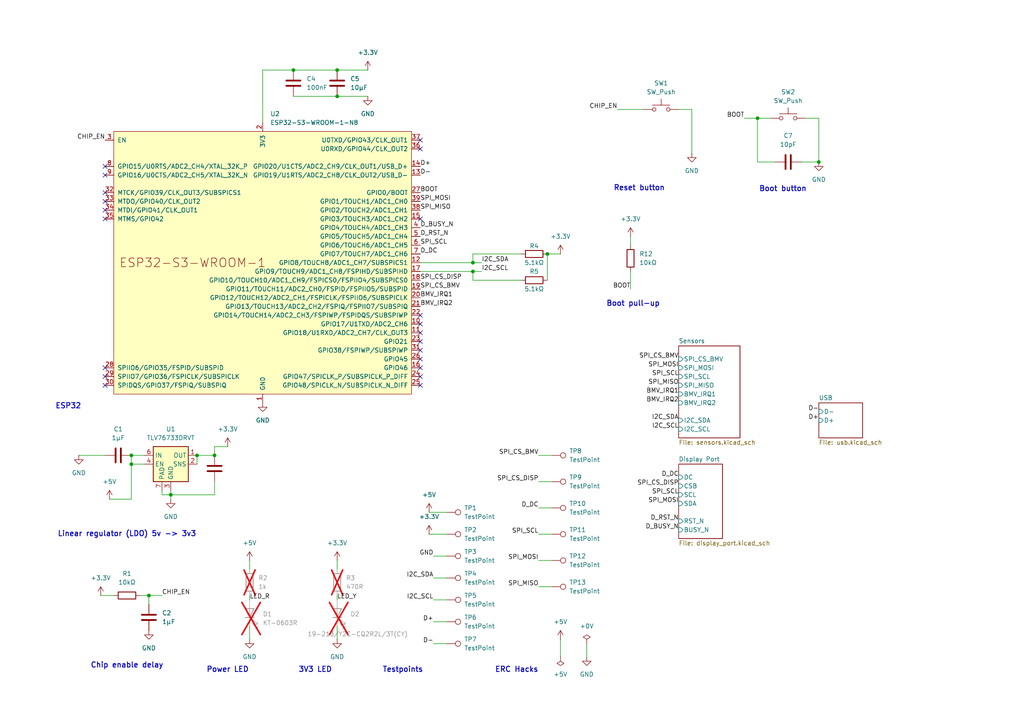
<source format=kicad_sch>
(kicad_sch (version 20231120) (generator "eeschema") (generator_version "8.0")
  (paper "A4")
  (title_block (title "Canary") (date "2024-03-27") (rev "2.000") (company "Babl, LLC"))
  (lib_symbols
    (symbol "Connector:TestPoint" (pin_numbers hide) (pin_names (offset 0.762) hide)
      (property "Reference" "TP" (at 0 6.858 0))
      (property "Value" "TestPoint" (at 0 5.08 0))
      (symbol "TestPoint_0_1"
        (circle (center 0 3.302) (radius 0.762))
      )
      (symbol "TestPoint_1_1"
        (pin passive line (at 0 0 90) (length 2.54) (name "1") (number "1"))
      )
    )
    (symbol "Device:C" (pin_numbers hide) (pin_names (offset 0.254))
      (property "Reference" "C" (at 0.635 2.54 0))
      (property "Value" "C" (at 0.635 -2.54 0))
      (symbol "C_0_1"
        (polyline (pts (xy -2.032 -0.762) (xy 2.032 -0.762)) (stroke (width 0.508)))
        (polyline (pts (xy -2.032 0.762) (xy 2.032 0.762)) (stroke (width 0.508)))
      )
      (symbol "C_1_1"
        (pin passive line (at 0 3.81 270) (length 2.794) (name "~") (number "1"))
        (pin passive line (at 0 -3.81 90) (length 2.794) (name "~") (number "2"))
      )
    )
    (symbol "Device:LED" (pin_numbers hide) (pin_names (offset 1.016) hide)
      (property "Reference" "D" (at 0 2.54 0))
      (property "Value" "LED" (at 0 -2.54 0))
      (symbol "LED_0_1"
        (polyline (pts (xy -1.27 -1.27) (xy -1.27 1.27)) (stroke (width 0.254)))
        (polyline (pts (xy -1.27 0) (xy 1.27 0)))
        (polyline (pts (xy 1.27 -1.27) (xy 1.27 1.27) (xy -1.27 0) (xy 1.27 -1.27)) (stroke (width 0.254)))
        (polyline (pts (xy -3.048 -0.762) (xy -4.572 -2.286) (xy -3.81 -2.286) (xy -4.572 -2.286) (xy -4.572 -1.524)))
        (polyline (pts (xy -1.778 -0.762) (xy -3.302 -2.286) (xy -2.54 -2.286) (xy -3.302 -2.286) (xy -3.302 -1.524)))
      )
      (symbol "LED_1_1"
        (pin passive line (at -3.81 0 0) (length 2.54) (name "K") (number "1"))
        (pin passive line (at 3.81 0 180) (length 2.54) (name "A") (number "2"))
      )
    )
    (symbol "Device:R" (pin_numbers hide) (pin_names (offset 0))
      (property "Reference" "R" (at 2.032 0 90))
      (property "Value" "R" (at 0 0 90))
      (symbol "R_0_1"
        (rectangle (start -1.016 -2.54) (end 1.016 2.54) (stroke (width 0.254)))
      )
      (symbol "R_1_1"
        (pin passive line (at 0 3.81 270) (length 1.27) (name "~") (number "1"))
        (pin passive line (at 0 -3.81 90) (length 1.27) (name "~") (number "2"))
      )
    )
    (symbol "PCM_Espressif:ESP32-S3-WROOM-1" (pin_names (offset 1.016))
      (property "Reference" "U" (at -43.18 43.18 0))
      (property "Value" "ESP32-S3-WROOM-1" (at -43.18 40.64 0))
      (symbol "ESP32-S3-WROOM-1_0_0"
        (text "ESP32-S3-WROOM-1" (at -20.32 0 0) (effects (font (size 2.54 2.54))))
        (pin power_in line (at 0 -40.64 90) (length 2.54) (name "GND") (number "1"))
        (pin bidirectional line (at 45.72 -17.78 180) (length 2.54) (name "GPIO17/U1TXD/ADC2_CH6") (number "10"))
        (pin bidirectional line (at 45.72 -20.32 180) (length 2.54) (name "GPIO18/U1RXD/ADC2_CH7/CLK_OUT3") (number "11"))
        (pin bidirectional line (at 45.72 0 180) (length 2.54) (name "GPIO8/TOUCH8/ADC1_CH7/SUBSPICS1") (number "12"))
        (pin bidirectional line (at 45.72 25.4 180) (length 2.54) (name "GPIO19/U1RTS/ADC2_CH8/CLK_OUT2/USB_D-") (number "13"))
        (pin bidirectional line (at 45.72 27.94 180) (length 2.54) (name "GPIO20/U1CTS/ADC2_CH9/CLK_OUT1/USB_D+") (number "14"))
        (pin bidirectional line (at 45.72 12.7 180) (length 2.54) (name "GPIO3/TOUCH3/ADC1_CH2") (number "15"))
        (pin bidirectional line (at 45.72 -30.48 180) (length 2.54) (name "GPIO46") (number "16"))
        (pin bidirectional line (at 45.72 -2.54 180) (length 2.54) (name "GPIO9/TOUCH9/ADC1_CH8/FSPIHD/SUBSPIHD") (number "17"))
        (pin bidirectional line (at 45.72 -5.08 180) (length 2.54) (name "GPIO10/TOUCH10/ADC1_CH9/FSPICS0/FSPIIO4/SUBSPICS0") (number "18"))
        (pin bidirectional line (at 45.72 -7.62 180) (length 2.54) (name "GPIO11/TOUCH11/ADC2_CH0/FSPID/FSPIIO5/SUBSPID") (number "19"))
        (pin power_in line (at 0 40.64 270) (length 2.54) (name "3V3") (number "2"))
        (pin bidirectional line (at 45.72 -10.16 180) (length 2.54) (name "GPIO12/TOUCH12/ADC2_CH1/FSPICLK/FSPIIO6/SUBSPICLK") (number "20"))
        (pin bidirectional line (at 45.72 -12.7 180) (length 2.54) (name "GPIO13/TOUCH13/ADC2_CH2/FSPIQ/FSPIIO7/SUBSPIQ") (number "21"))
        (pin bidirectional line (at 45.72 -15.24 180) (length 2.54) (name "GPIO14/TOUCH14/ADC2_CH3/FSPIWP/FSPIDQS/SUBSPIWP") (number "22"))
        (pin bidirectional line (at 45.72 -22.86 180) (length 2.54) (name "GPIO21") (number "23"))
        (pin bidirectional line (at 45.72 -33.02 180) (length 2.54) (name "GPIO47/SPICLK_P/SUBSPICLK_P_DIFF") (number "24"))
        (pin bidirectional line (at 45.72 -35.56 180) (length 2.54) (name "GPIO48/SPICLK_N/SUBSPICLK_N_DIFF") (number "25"))
        (pin bidirectional line (at 45.72 -27.94 180) (length 2.54) (name "GPIO45") (number "26"))
        (pin bidirectional line (at 45.72 20.32 180) (length 2.54) (name "GPIO0/BOOT") (number "27"))
        (pin bidirectional line (at -45.72 -30.48 0) (length 2.54) (name "SPIIO6/GPIO35/FSPID/SUBSPID") (number "28"))
        (pin bidirectional line (at -45.72 -33.02 0) (length 2.54) (name "SPIIO7/GPIO36/FSPICLK/SUBSPICLK") (number "29"))
        (pin input line (at -45.72 35.56 0) (length 2.54) (name "EN") (number "3"))
        (pin bidirectional line (at -45.72 -35.56 0) (length 2.54) (name "SPIDQS/GPIO37/FSPIQ/SUBSPIQ") (number "30"))
        (pin bidirectional line (at 45.72 -25.4 180) (length 2.54) (name "GPIO38/FSPIWP/SUBSPIWP") (number "31"))
        (pin bidirectional line (at -45.72 20.32 0) (length 2.54) (name "MTCK/GPIO39/CLK_OUT3/SUBSPICS1") (number "32"))
        (pin bidirectional line (at -45.72 17.78 0) (length 2.54) (name "MTDO/GPIO40/CLK_OUT2") (number "33"))
        (pin bidirectional line (at -45.72 15.24 0) (length 2.54) (name "MTDI/GPIO41/CLK_OUT1") (number "34"))
        (pin bidirectional line (at -45.72 12.7 0) (length 2.54) (name "MTMS/GPIO42") (number "35"))
        (pin bidirectional line (at 45.72 33.02 180) (length 2.54) (name "U0RXD/GPIO44/CLK_OUT2") (number "36"))
        (pin bidirectional line (at 45.72 35.56 180) (length 2.54) (name "U0TXD/GPIO43/CLK_OUT1") (number "37"))
        (pin bidirectional line (at 45.72 15.24 180) (length 2.54) (name "GPIO2/TOUCH2/ADC1_CH1") (number "38"))
        (pin bidirectional line (at 45.72 17.78 180) (length 2.54) (name "GPIO1/TOUCH1/ADC1_CH0") (number "39"))
        (pin bidirectional line (at 45.72 10.16 180) (length 2.54) (name "GPIO4/TOUCH4/ADC1_CH3") (number "4"))
        (pin passive line (at 0 -40.64 90) (length 2.54) hide (name "GND") (number "40"))
        (pin passive line (at 0 -40.64 90) (length 2.54) hide (name "GND") (number "41"))
        (pin bidirectional line (at 45.72 7.62 180) (length 2.54) (name "GPIO5/TOUCH5/ADC1_CH4") (number "5"))
        (pin bidirectional line (at 45.72 5.08 180) (length 2.54) (name "GPIO6/TOUCH6/ADC1_CH5") (number "6"))
        (pin bidirectional line (at 45.72 2.54 180) (length 2.54) (name "GPIO7/TOUCH7/ADC1_CH6") (number "7"))
        (pin bidirectional line (at -45.72 27.94 0) (length 2.54) (name "GPIO15/U0RTS/ADC2_CH4/XTAL_32K_P") (number "8"))
        (pin bidirectional line (at -45.72 25.4 0) (length 2.54) (name "GPIO16/U0CTS/ADC2_CH5/XTAL_32K_N") (number "9"))
      )
      (symbol "ESP32-S3-WROOM-1_0_1"
        (rectangle (start -43.18 38.1) (end 43.18 -38.1) (fill (type background)))
      )
    )
    (symbol "Regulator_Linear:TLV76733DRVx"
      (property "Reference" "U" (at 0 8.89 0))
      (property "Value" "TLV76733DRVx" (at 0 6.35 0))
      (symbol "TLV76733DRVx_0_1"
        (rectangle (start -5.08 -5.08) (end 5.08 5.08) (stroke (width 0.254)) (fill (type background)))
      )
      (symbol "TLV76733DRVx_1_1"
        (pin power_out line (at 7.62 2.54 180) (length 2.54) (name "OUT") (number "1"))
        (pin input line (at 7.62 0 180) (length 2.54) (name "SNS") (number "2"))
        (pin power_in line (at 0 -7.62 90) (length 2.54) (name "GND") (number "3"))
        (pin input line (at -7.62 0 0) (length 2.54) (name "EN") (number "4"))
        (pin passive line (at 0 -7.62 90) (length 2.54) hide (name "GND") (number "5"))
        (pin power_in line (at -7.62 2.54 0) (length 2.54) (name "IN") (number "6"))
        (pin passive line (at -2.54 -7.62 90) (length 2.54) (name "PAD") (number "7"))
      )
    )
    (symbol "Switch:SW_Push" (pin_numbers hide) (pin_names (offset 1.016) hide)
      (property "Reference" "SW" (at 1.27 2.54 0))
      (property "Value" "SW_Push" (at 0 -1.524 0))
      (symbol "SW_Push_0_1"
        (circle (center -2.032 0) (radius 0.508))
        (polyline (pts (xy 0 1.27) (xy 0 3.048)))
        (polyline (pts (xy 2.54 1.27) (xy -2.54 1.27)))
        (circle (center 2.032 0) (radius 0.508))
        (pin passive line (at -5.08 0 0) (length 2.54) (name "1") (number "1"))
        (pin passive line (at 5.08 0 180) (length 2.54) (name "2") (number "2"))
      )
    )
    (symbol "power:+3.3V" (power) (pin_numbers hide) (pin_names (offset 0) hide)
      (property "Value" "+3.3V" (at 0 3.556 0))
      (symbol "+3.3V_0_1"
        (polyline (pts (xy -0.762 1.27) (xy 0 2.54)))
        (polyline (pts (xy 0 0) (xy 0 2.54)))
        (polyline (pts (xy 0 2.54) (xy 0.762 1.27)))
      )
      (symbol "+3.3V_1_1"
        (pin power_in line (at 0 0 90) (length 0) (name "~") (number "1"))
      )
    )
    (symbol "power:+5V" (power) (pin_numbers hide) (pin_names (offset 0) hide)
      (property "Value" "+5V" (at 0 3.556 0))
      (symbol "+5V_0_1"
        (polyline (pts (xy -0.762 1.27) (xy 0 2.54)))
        (polyline (pts (xy 0 0) (xy 0 2.54)))
        (polyline (pts (xy 0 2.54) (xy 0.762 1.27)))
      )
      (symbol "+5V_1_1"
        (pin power_in line (at 0 0 90) (length 0) (name "~") (number "1"))
      )
    )
    (symbol "power:GND" (power) (pin_numbers hide) (pin_names (offset 0) hide)
      (property "Value" "GND" (at 0 -3.81 0))
      (symbol "GND_0_1"
        (polyline (pts (xy 0 0) (xy 0 -1.27) (xy 1.27 -1.27) (xy 0 -2.54) (xy -1.27 -1.27) (xy 0 -1.27)))
      )
      (symbol "GND_1_1"
        (pin power_in line (at 0 0 270) (length 0) (name "~") (number "1"))
      )
    )
    (symbol "power:PWR_FLAG" (power) (pin_numbers hide) (pin_names (offset 0) hide)
      (property "Value" "PWR_FLAG" (at 0 3.81 0))
      (symbol "PWR_FLAG_0_0"
        (pin power_out line (at 0 0 90) (length 0) (name "~") (number "1"))
      )
      (symbol "PWR_FLAG_0_1"
        (polyline (pts (xy 0 0) (xy 0 1.27) (xy -1.016 1.905) (xy 0 2.54) (xy 1.016 1.905) (xy 0 1.27)))
      )
    )
  )
  (junction (at 49.53 143.51))
  (junction (at 57.15 132.08))
  (junction (at 137.16 76.2))
  (junction (at 43.18 172.72))
  (junction (at 38.1 134.62))
  (junction (at 62.23 132.08))
  (junction (at 38.1 132.08))
  (junction (at 97.79 20.32))
  (junction (at 158.75 73.66))
  (junction (at 85.09 20.32))
  (junction (at 97.79 27.94))
  (junction (at 237.49 46.99))
  (junction (at 219.71 34.29))
  (junction (at 137.16 78.74))
  (no_connect (at 30.48 60.96))
  (no_connect (at 30.48 109.22))
  (no_connect (at 121.92 111.76))
  (no_connect (at 121.92 106.68))
  (no_connect (at 30.48 55.88))
  (no_connect (at 30.48 50.8))
  (no_connect (at 121.92 63.5))
  (no_connect (at 121.92 91.44))
  (no_connect (at 30.48 48.26))
  (no_connect (at 30.48 63.5))
  (no_connect (at 121.92 109.22))
  (no_connect (at 30.48 106.68))
  (no_connect (at 121.92 104.14))
  (no_connect (at 121.92 101.6))
  (no_connect (at 30.48 58.42))
  (no_connect (at 30.48 111.76))
  (no_connect (at 121.92 43.18))
  (no_connect (at 121.92 96.52))
  (no_connect (at 121.92 99.06))
  (no_connect (at 121.92 40.64))
  (no_connect (at 121.92 93.98))
  (wire (pts (xy 124.46 148.59) (xy 129.54 148.59)))
  (wire (pts (xy 72.39 173.99) (xy 72.39 172.72)))
  (wire (pts (xy 46.99 142.24) (xy 46.99 143.51)))
  (wire (pts (xy 31.75 144.78) (xy 38.1 144.78)))
  (wire (pts (xy 156.21 162.56) (xy 160.02 162.56)))
  (wire (pts (xy 137.16 76.2) (xy 137.16 73.66)))
  (wire (pts (xy 219.71 46.99) (xy 219.71 34.29)))
  (wire (pts (xy 72.39 162.56) (xy 72.39 165.1)))
  (wire (pts (xy 200.66 31.75) (xy 196.85 31.75)))
  (wire (pts (xy 219.71 34.29) (xy 223.52 34.29)))
  (wire (pts (xy 137.16 76.2) (xy 139.7 76.2)))
  (wire (pts (xy 182.88 78.74) (xy 182.88 83.82)))
  (wire (pts (xy 156.21 147.32) (xy 160.02 147.32)))
  (wire (pts (xy 62.23 143.51) (xy 49.53 143.51)))
  (wire (pts (xy 125.73 180.34) (xy 129.54 180.34)))
  (wire (pts (xy 137.16 81.28) (xy 151.13 81.28)))
  (wire (pts (xy 125.73 186.69) (xy 129.54 186.69)))
  (wire (pts (xy 215.9 34.29) (xy 219.71 34.29)))
  (wire (pts (xy 43.18 172.72) (xy 46.99 172.72)))
  (wire (pts (xy 156.21 132.08) (xy 160.02 132.08)))
  (wire (pts (xy 179.07 31.75) (xy 186.69 31.75)))
  (wire (pts (xy 158.75 73.66) (xy 162.56 73.66)))
  (wire (pts (xy 156.21 170.18) (xy 160.02 170.18)))
  (wire (pts (xy 29.21 172.72) (xy 33.02 172.72)))
  (wire (pts (xy 121.92 78.74) (xy 137.16 78.74)))
  (wire (pts (xy 85.09 27.94) (xy 97.79 27.94)))
  (wire (pts (xy 224.79 46.99) (xy 219.71 46.99)))
  (wire (pts (xy 137.16 78.74) (xy 137.16 81.28)))
  (wire (pts (xy 124.46 154.94) (xy 129.54 154.94)))
  (wire (pts (xy 62.23 139.7) (xy 62.23 143.51)))
  (wire (pts (xy 137.16 78.74) (xy 139.7 78.74)))
  (wire (pts (xy 57.15 132.08) (xy 57.15 134.62)))
  (wire (pts (xy 237.49 46.99) (xy 237.49 34.29)))
  (wire (pts (xy 125.73 173.99) (xy 129.54 173.99)))
  (wire (pts (xy 57.15 132.08) (xy 62.23 132.08)))
  (wire (pts (xy 97.79 185.42) (xy 97.79 181.61)))
  (wire (pts (xy 170.18 186.69) (xy 170.18 190.5)))
  (wire (pts (xy 97.79 162.56) (xy 97.79 165.1)))
  (wire (pts (xy 46.99 143.51) (xy 49.53 143.51)))
  (wire (pts (xy 38.1 144.78) (xy 38.1 134.62)))
  (wire (pts (xy 125.73 167.64) (xy 129.54 167.64)))
  (wire (pts (xy 72.39 185.42) (xy 72.39 181.61)))
  (wire (pts (xy 97.79 173.99) (xy 97.79 172.72)))
  (wire (pts (xy 232.41 46.99) (xy 237.49 46.99)))
  (wire (pts (xy 62.23 132.08) (xy 62.23 129.54)))
  (wire (pts (xy 38.1 134.62) (xy 38.1 132.08)))
  (wire (pts (xy 97.79 20.32) (xy 106.68 20.32)))
  (wire (pts (xy 125.73 161.29) (xy 129.54 161.29)))
  (wire (pts (xy 162.56 185.42) (xy 162.56 190.5)))
  (wire (pts (xy 38.1 134.62) (xy 41.91 134.62)))
  (wire (pts (xy 76.2 20.32) (xy 76.2 35.56)))
  (wire (pts (xy 237.49 34.29) (xy 233.68 34.29)))
  (wire (pts (xy 22.86 132.08) (xy 30.48 132.08)))
  (wire (pts (xy 85.09 20.32) (xy 97.79 20.32)))
  (wire (pts (xy 156.21 139.7) (xy 160.02 139.7)))
  (wire (pts (xy 137.16 73.66) (xy 151.13 73.66)))
  (wire (pts (xy 182.88 68.58) (xy 182.88 71.12)))
  (wire (pts (xy 76.2 20.32) (xy 85.09 20.32)))
  (wire (pts (xy 121.92 76.2) (xy 137.16 76.2)))
  (wire (pts (xy 158.75 73.66) (xy 158.75 81.28)))
  (wire (pts (xy 49.53 144.78) (xy 49.53 143.51)))
  (wire (pts (xy 43.18 172.72) (xy 40.64 172.72)))
  (wire (pts (xy 156.21 154.94) (xy 160.02 154.94)))
  (wire (pts (xy 200.66 44.45) (xy 200.66 31.75)))
  (wire (pts (xy 97.79 27.94) (xy 106.68 27.94)))
  (wire (pts (xy 62.23 129.54) (xy 66.04 129.54)))
  (wire (pts (xy 49.53 143.51) (xy 49.53 142.24)))
  (wire (pts (xy 38.1 132.08) (xy 41.91 132.08)))
  (wire (pts (xy 43.18 175.26) (xy 43.18 172.72)))
  (text "ERC Hacks" (at 149.86 194.31 0) (effects (font (size 1.524 1.524) (thickness 0.254) (bold yes))))
  (text "Boot button" (at 227.076 54.864 0) (effects (font (size 1.524 1.524) (thickness 0.254) (bold yes))))
  (text "Boot pull-up" (at 183.642 88.138 0) (effects (font (size 1.524 1.524) (thickness 0.254) (bold yes))))
  (text "Chip enable delay\n" (at 36.83 193.04 0) (effects (font (size 1.524 1.524) (thickness 0.254) (bold yes))))
  (text "3V3 LED\n" (at 91.44 194.31 0) (effects (font (size 1.524 1.524) (thickness 0.254) (bold yes))))
  (text "Reset button" (at 185.42 54.61 0) (effects (font (size 1.524 1.524) (thickness 0.254) (bold yes))))
  (text "Power LED" (at 66.04 194.31 0) (effects (font (size 1.524 1.524) (thickness 0.254) (bold yes))))
  (text "Testpoints" (at 116.84 194.31 0) (effects (font (size 1.524 1.524) (thickness 0.254) (bold yes))))
  (text "ESP32\n" (at 19.812 117.856 0) (effects (font (size 1.524 1.524) (thickness 0.254) (bold yes))))
  (text "Linear regulator (LDO) 5v -> 3v3" (at 36.83 154.94 0) (effects (font (size 1.524 1.524) (thickness 0.254) (bold yes))))
  (label "SPI_MISO" (at 121.92 60.96 0))
  (label "D+" (at 125.73 180.34 180))
  (label "SPI_MOSI" (at 156.21 162.56 180))
  (label "I2C_SCL" (at 125.73 173.99 180))
  (label "I2C_SDA" (at 139.7 76.2 0))
  (label "D+" (at 121.92 48.26 0))
  (label "D-" (at 121.92 50.8 0))
  (label "SPI_CS_BMV" (at 196.85 104.14 180))
  (label "SPI_SCL" (at 196.85 109.22 180))
  (label "D+" (at 237.49 121.92 180))
  (label "GND" (at 125.73 161.29 180))
  (label "I2C_SCL" (at 139.7 78.74 0))
  (label "SPI_MISO" (at 156.21 170.18 180))
  (label "SPI_CS_BMV" (at 121.92 83.82 0))
  (label "D-" (at 125.73 186.69 180))
  (label "D_BUSY_N" (at 196.85 153.67 180))
  (label "D_BUSY_N" (at 121.92 66.04 0))
  (label "BMV_IRQ1" (at 196.85 114.3 180))
  (label "I2C_SCL" (at 196.85 124.46 180))
  (label "SPI_CS_DISP" (at 196.85 140.97 180))
  (label "D_DC" (at 121.92 73.66 0))
  (label "CHIP_EN" (at 30.48 40.64 180))
  (label "SPI_SCL" (at 121.92 71.12 0))
  (label "BMV_IRQ1" (at 121.92 86.36 0))
  (label "SPI_MOSI" (at 121.92 58.42 0))
  (label "CHIP_EN" (at 46.99 172.72 0))
  (label "SPI_SCL" (at 156.21 154.94 180))
  (label "CHIP_EN" (at 179.07 31.75 180))
  (label "SPI_MOSI" (at 196.85 146.05 180))
  (label "SPI_CS_DISP" (at 156.21 139.7 180))
  (label "SPI_CS_BMV" (at 156.21 132.08 180))
  (label "D_DC" (at 156.21 147.32 180))
  (label "LED_R" (at 72.39 173.99 0))
  (label "I2C_SDA" (at 196.85 121.92 180))
  (label "BMV_IRQ2" (at 121.92 88.9 0))
  (label "D_RST_N" (at 121.92 68.58 0))
  (label "BMV_IRQ2" (at 196.85 116.84 180))
  (label "BOOT" (at 121.92 55.88 0))
  (label "D-" (at 237.49 119.38 180))
  (label "SPI_MISO" (at 196.85 111.76 180))
  (label "D_RST_N" (at 196.85 151.13 180))
  (label "SPI_CS_DISP" (at 121.92 81.28 0))
  (label "BOOT" (at 182.88 83.82 180))
  (label "SPI_MOSI" (at 196.85 106.68 180))
  (label "SPI_SCL" (at 196.85 143.51 180))
  (label "D_DC" (at 196.85 138.43 180))
  (label "I2C_SDA" (at 125.73 167.64 180))
  (label "LED_Y" (at 97.79 173.99 0))
  (label "BOOT" (at 215.9 34.29 180))
  (symbol (lib_id "Device:R") (at 72.39 168.91 0) (unit 1) (dnp yes)
    (property "Reference" "R2" (at 74.93 167.6399 0) (effects (justify left)))
    (property "Value" "1k" (at 74.93 170.1799 0) (effects (justify left)))
    (property "Footprint" "Resistor_SMD:R_0402_1005Metric" (effects (hide yes)))
    (property "Description" "Resistor" (effects (hide yes)))
    (property "JLCPCB Part #" "C11702" (effects (hide yes)))
  )
  (symbol (lib_id "Device:R") (at 154.94 81.28 90) (unit 1)
    (property "Reference" "R5" (at 154.94 78.74 90))
    (property "Value" "5.1kΩ" (at 154.94 83.82 90))
    (property "Footprint" "Resistor_SMD:R_0402_1005Metric" (effects (hide yes)))
    (property "Description" "Resistor" (effects (hide yes)))
    (property "JLCPCB Part #" "C25905" (effects (hide yes)))
  )
  (symbol (lib_id "Device:C") (at 85.09 24.13 0) (unit 1)
    (property "Reference" "C4" (at 88.9 22.8599 0) (effects (justify left)))
    (property "Value" "100nF" (at 88.9 25.3999 0) (effects (justify left)))
    (property "Footprint" "Capacitor_SMD:C_0402_1005Metric" (effects (hide yes)))
    (property "Description" "Unpolarized capacitor" (effects (hide yes)))
    (property "JLCPCB Part #" "C1525" (effects (hide yes)))
  )
  (symbol (lib_id "Connector:TestPoint") (at 129.54 186.69 270) (unit 1)
    (property "Reference" "TP7" (at 134.62 185.4199 90) (effects (justify left)))
    (property "Value" "TestPoint" (at 134.62 187.9599 90) (effects (justify left)))
    (property "Footprint" "TestPoint:TestPoint_Pad_D1.5mm" (effects (hide yes)))
    (property "Description" "test point" (effects (hide yes)))
  )
  (symbol (lib_id "power:GND") (at 106.68 27.94 0) (unit 1)
    (property "Reference" "#PWR013" (effects (hide yes)))
    (property "Value" "GND" (at 106.68 33.02 0))
    (property "Description" "Power symbol creates a global label with name \"GND\" , ground" (effects (hide yes)))
  )
  (symbol (lib_id "power:GND") (at 170.18 190.5 0) (unit 1)
    (property "Reference" "#PWR018" (effects (hide yes)))
    (property "Value" "GND" (at 170.18 195.58 0))
    (property "Description" "Power symbol creates a global label with name \"GND\" , ground" (effects (hide yes)))
  )
  (symbol (lib_id "Device:C") (at 97.79 24.13 0) (unit 1)
    (property "Reference" "C5" (at 101.6 22.8599 0) (effects (justify left)))
    (property "Value" "10µF" (at 101.6 25.3999 0) (effects (justify left)))
    (property "Footprint" "Capacitor_SMD:C_0603_1608Metric" (effects (hide yes)))
    (property "Description" "Unpolarized capacitor" (effects (hide yes)))
    (property "JLCPCB Part #" "C96446" (effects (hide yes)))
  )
  (symbol (lib_id "Device:R") (at 154.94 73.66 90) (unit 1)
    (property "Reference" "R4" (at 154.94 71.374 90))
    (property "Value" "5.1kΩ" (at 154.94 76.2 90))
    (property "Footprint" "Resistor_SMD:R_0402_1005Metric" (effects (hide yes)))
    (property "Description" "Resistor" (effects (hide yes)))
    (property "JLCPCB Part #" "C25905" (effects (hide yes)))
  )
  (symbol (lib_id "power:+3.3V") (at 162.56 73.66 0) (unit 1)
    (property "Reference" "#PWR016" (effects (hide yes)))
    (property "Value" "+3.3V" (at 162.56 68.58 0))
    (property "Description" "Power symbol creates a global label with name \"+3.3V\"" (effects (hide yes)))
  )
  (symbol (lib_id "Device:LED") (at 72.39 177.8 90) (unit 1) (dnp yes)
    (property "Reference" "D1" (at 76.2 178.1174 90) (effects (justify right)))
    (property "Value" "KT-0603R" (at 76.2 180.6574 90) (effects (justify right)))
    (property "Footprint" "LED_SMD:LED_0603_1608Metric" (effects (hide yes)))
    (property "Description" "Light emitting diode" (effects (hide yes)))
    (property "JLCPCB Part #" "C2286" (effects (hide yes)))
  )
  (symbol (lib_id "Connector:TestPoint") (at 129.54 173.99 270) (unit 1)
    (property "Reference" "TP5" (at 134.62 172.7199 90) (effects (justify left)))
    (property "Value" "TestPoint" (at 134.62 175.2599 90) (effects (justify left)))
    (property "Footprint" "TestPoint:TestPoint_Pad_D1.5mm" (effects (hide yes)))
    (property "Description" "test point" (effects (hide yes)))
  )
  (symbol (lib_id "Connector:TestPoint") (at 160.02 154.94 270) (unit 1)
    (property "Reference" "TP11" (at 165.1 153.6699 90) (effects (justify left)))
    (property "Value" "TestPoint" (at 165.1 156.2099 90) (effects (justify left)))
    (property "Footprint" "TestPoint:TestPoint_Pad_D1.5mm" (effects (hide yes)))
    (property "Description" "test point" (effects (hide yes)))
  )
  (symbol (lib_id "power:GND") (at 22.86 132.08 0) (unit 1)
    (property "Reference" "#PWR01" (effects (hide yes)))
    (property "Value" "GND" (at 22.86 137.16 0))
    (property "Description" "Power symbol creates a global label with name \"GND\" , ground" (effects (hide yes)))
  )
  (symbol (lib_id "Switch:SW_Push") (at 228.6 34.29 0) (unit 1)
    (property "Reference" "SW2" (at 228.6 26.67 0))
    (property "Value" "SW_Push" (at 228.6 29.21 0))
    (property "Footprint" "Button_Switch_SMD:SW_Push_1P1T_XKB_TS-1187A" (effects (hide yes)))
    (property "Datasheet" "https://wmsc.lcsc.com/wmsc/upload/file/pdf/v2/lcsc/2304140030_XKB-Connectivity-TS-1187A-B-A-B_C318884.pdf" (effects (hide yes)))
    (property "Description" "Push button switch, generic, two pins" (effects (hide yes)))
    (property "JLCPCB Part #" "C318884" (effects (hide yes)))
  )
  (symbol (lib_id "Switch:SW_Push") (at 191.77 31.75 0) (unit 1)
    (property "Reference" "SW1" (at 191.77 24.13 0))
    (property "Value" "SW_Push" (at 191.77 26.67 0))
    (property "Footprint" "Button_Switch_SMD:SW_Push_1P1T_XKB_TS-1187A" (effects (hide yes)))
    (property "Datasheet" "https://wmsc.lcsc.com/wmsc/upload/file/pdf/v2/lcsc/2304140030_XKB-Connectivity-TS-1187A-B-A-B_C318884.pdf" (effects (hide yes)))
    (property "Description" "Push button switch, generic, two pins" (effects (hide yes)))
    (property "JLCPCB Part #" "C318884" (effects (hide yes)))
  )
  (symbol (lib_id "power:GND") (at 72.39 185.42 0) (unit 1)
    (property "Reference" "#PWR08" (effects (hide yes)))
    (property "Value" "GND" (at 72.39 190.5 0))
    (property "Description" "Power symbol creates a global label with name \"GND\" , ground" (effects (hide yes)))
  )
  (symbol (lib_id "power:+3.3V") (at 182.88 68.58 0) (unit 1)
    (property "Reference" "#PWR045" (effects (hide yes)))
    (property "Value" "+3.3V" (at 182.88 63.5 0))
    (property "Description" "Power symbol creates a global label with name \"+3.3V\"" (effects (hide yes)))
  )
  (symbol (lib_id "Regulator_Linear:TLV76733DRVx") (at 49.53 134.62 0) (unit 1)
    (property "Reference" "U1" (at 49.53 124.46 0))
    (property "Value" "TLV76733DRVT" (at 49.53 127 0))
    (property "Footprint" "Package_SON:WSON-6-1EP_2x2mm_P0.65mm_EP1x1.6mm" (effects (hide yes)))
    (property "Datasheet" "www.ti.com/lit/gpn/TLV767" (effects (hide yes)))
    (property "Description" "1A Precision Linear Voltage Regulator, with enable pin, Fixed Output 3.3V, WSON6" (effects (hide yes)))
    (property "JLCPCB Part #" "C2867572" (effects (hide yes)))
  )
  (symbol (lib_id "power:+3.3V") (at 97.79 162.56 0) (unit 1)
    (property "Reference" "#PWR010" (effects (hide yes)))
    (property "Value" "+3.3V" (at 97.79 157.48 0))
    (property "Description" "Power symbol creates a global label with name \"+3.3V\"" (effects (hide yes)))
  )
  (symbol (lib_id "power:+3.3V") (at 124.46 154.94 0) (unit 1)
    (property "Reference" "#PWR015" (effects (hide yes)))
    (property "Value" "+3.3V" (at 124.46 149.86 0))
    (property "Description" "Power symbol creates a global label with name \"+3.3V\"" (effects (hide yes)))
  )
  (symbol (lib_id "power:GND") (at 200.66 44.45 0) (unit 1)
    (property "Reference" "#PWR019" (effects (hide yes)))
    (property "Value" "GND" (at 200.66 49.53 0))
    (property "Description" "Power symbol creates a global label with name \"GND\" , ground" (effects (hide yes)))
  )
  (symbol (lib_id "Connector:TestPoint") (at 129.54 167.64 270) (unit 1)
    (property "Reference" "TP4" (at 134.62 166.3699 90) (effects (justify left)))
    (property "Value" "TestPoint" (at 134.62 168.9099 90) (effects (justify left)))
    (property "Footprint" "TestPoint:TestPoint_Pad_D1.5mm" (effects (hide yes)))
    (property "Description" "test point" (effects (hide yes)))
  )
  (symbol (lib_id "Connector:TestPoint") (at 129.54 180.34 270) (unit 1)
    (property "Reference" "TP6" (at 134.62 179.0699 90) (effects (justify left)))
    (property "Value" "TestPoint" (at 134.62 181.6099 90) (effects (justify left)))
    (property "Footprint" "TestPoint:TestPoint_Pad_D1.5mm" (effects (hide yes)))
    (property "Description" "test point" (effects (hide yes)))
  )
  (symbol (lib_id "Device:C") (at 43.18 179.07 0) (unit 1)
    (property "Reference" "C2" (at 46.99 177.7999 0) (effects (justify left)))
    (property "Value" "1µF" (at 46.99 180.3399 0) (effects (justify left)))
    (property "Footprint" "Capacitor_SMD:C_0402_1005Metric" (effects (hide yes)))
    (property "Description" "Unpolarized capacitor" (effects (hide yes)))
    (property "JLCPCB Part #" "C52923" (effects (hide yes)))
  )
  (symbol (lib_id "power:PWR_FLAG") (at 170.18 186.69 0) (unit 1)
    (property "Reference" "#FLG02" (effects (hide yes)))
    (property "Value" "+0V" (at 170.18 181.61 0))
    (property "Description" "Special symbol for telling ERC where power comes from" (effects (hide yes)))
  )
  (symbol (lib_id "Connector:TestPoint") (at 129.54 161.29 270) (unit 1)
    (property "Reference" "TP3" (at 134.62 160.0199 90) (effects (justify left)))
    (property "Value" "TestPoint" (at 134.62 162.5599 90) (effects (justify left)))
    (property "Footprint" "TestPoint:TestPoint_Pad_D1.5mm" (effects (hide yes)))
    (property "Description" "test point" (effects (hide yes)))
  )
  (symbol (lib_id "Connector:TestPoint") (at 129.54 154.94 270) (unit 1)
    (property "Reference" "TP2" (at 134.62 153.6699 90) (effects (justify left)))
    (property "Value" "TestPoint" (at 134.62 156.2099 90) (effects (justify left)))
    (property "Footprint" "TestPoint:TestPoint_Pad_D1.5mm" (effects (hide yes)))
    (property "Description" "test point" (effects (hide yes)))
  )
  (symbol (lib_id "power:+5V") (at 162.56 185.42 0) (unit 1)
    (property "Reference" "#PWR017" (effects (hide yes)))
    (property "Value" "+5V" (at 162.56 180.34 0))
    (property "Description" "Power symbol creates a global label with name \"+5V\"" (effects (hide yes)))
  )
  (symbol (lib_id "Device:C") (at 62.23 135.89 0) (mirror x) (unit 1)
    (property "Reference" "C3" (effects (hide yes)))
    (property "Value" "2.2µF" (effects (hide yes)))
    (property "Footprint" "Capacitor_SMD:C_0603_1608Metric" (effects (hide yes)))
    (property "Description" "Unpolarized capacitor" (effects (hide yes)))
    (property "JLCPCB Part #" "C23630" (effects (hide yes)))
  )
  (symbol (lib_id "power:+3.3V") (at 66.04 129.54 0) (unit 1)
    (property "Reference" "#PWR06" (effects (hide yes)))
    (property "Value" "+3.3V" (at 66.04 124.46 0))
    (property "Description" "Power symbol creates a global label with name \"+3.3V\"" (effects (hide yes)))
  )
  (symbol (lib_id "Connector:TestPoint") (at 160.02 170.18 270) (unit 1)
    (property "Reference" "TP13" (at 165.1 168.9099 90) (effects (justify left)))
    (property "Value" "TestPoint" (at 165.1 171.4499 90) (effects (justify left)))
    (property "Footprint" "TestPoint:TestPoint_Pad_D1.5mm" (effects (hide yes)))
    (property "Description" "test point" (effects (hide yes)))
  )
  (symbol (lib_id "Device:R") (at 36.83 172.72 90) (unit 1)
    (property "Reference" "R1" (at 36.83 166.37 90))
    (property "Value" "10kΩ" (at 36.83 168.91 90))
    (property "Footprint" "Resistor_SMD:R_0402_1005Metric" (effects (hide yes)))
    (property "Description" "Resistor" (effects (hide yes)))
    (property "JLCPCB Part #" "C25744" (effects (hide yes)))
  )
  (symbol (lib_id "Connector:TestPoint") (at 160.02 132.08 270) (unit 1)
    (property "Reference" "TP8" (at 165.1 130.8099 90) (effects (justify left)))
    (property "Value" "TestPoint" (at 165.1 133.3499 90) (effects (justify left)))
    (property "Footprint" "TestPoint:TestPoint_Pad_D1.5mm" (effects (hide yes)))
    (property "Description" "test point" (effects (hide yes)))
  )
  (symbol (lib_id "Device:R") (at 182.88 74.93 180) (unit 1)
    (property "Reference" "R12" (at 185.42 73.6599 0) (effects (justify right)))
    (property "Value" "10kΩ" (at 185.42 76.1999 0) (effects (justify right)))
    (property "Footprint" "Resistor_SMD:R_0402_1005Metric" (effects (hide yes)))
    (property "Description" "Resistor" (effects (hide yes)))
    (property "JLCPCB Part #" "C25744" (effects (hide yes)))
  )
  (symbol (lib_id "PCM_Espressif:ESP32-S3-WROOM-1") (at 76.2 76.2 0) (unit 1)
    (property "Reference" "U2" (at 78.3941 33.02 0) (effects (justify left)))
    (property "Value" "ESP32-S3-WROOM-1-N8" (at 78.3941 35.56 0) (effects (justify left)))
    (property "Footprint" "PCM_Espressif:ESP32-S3-WROOM-1" (effects (hide yes)))
    (property "Datasheet" "https://www.espressif.com/sites/default/files/documentation/esp32-s3-wroom-1_wroom-1u_datasheet_en.pdf" (effects (hide yes)))
    (property "Description" "2.4 GHz WiFi (802.11 b/g/n) and Bluetooth ® 5 (LE) module Built around ESP32S3 series of SoCs, Xtensa ® dualcore 32bit LX7 microprocessor Flash up to 16 MB, PSRAM up to 8 MB 36 GPIOs, rich set of peripherals Onboard PCB antenna" (effects (hide yes)))
    (property "JLCPCB Part #" "C2913198" (effects (hide yes)))
  )
  (symbol (lib_id "power:GND") (at 43.18 182.88 0) (unit 1)
    (property "Reference" "#PWR04" (effects (hide yes)))
    (property "Value" "GND" (at 43.18 187.96 0))
    (property "Description" "Power symbol creates a global label with name \"GND\" , ground" (effects (hide yes)))
  )
  (symbol (lib_id "power:GND") (at 76.2 116.84 0) (unit 1)
    (property "Reference" "#PWR09" (effects (hide yes)))
    (property "Value" "GND" (at 76.2 121.92 0))
    (property "Description" "Power symbol creates a global label with name \"GND\" , ground" (effects (hide yes)))
  )
  (symbol (lib_id "power:+5V") (at 72.39 162.56 0) (unit 1)
    (property "Reference" "#PWR07" (effects (hide yes)))
    (property "Value" "+5V" (at 72.39 157.48 0))
    (property "Description" "Power symbol creates a global label with name \"+5V\"" (effects (hide yes)))
  )
  (symbol (lib_id "Device:C") (at 228.6 46.99 90) (unit 1)
    (property "Reference" "C7" (at 228.6 39.37 90))
    (property "Value" "10pF" (at 228.6 41.91 90))
    (property "Footprint" "Capacitor_SMD:C_0402_1005Metric" (effects (hide yes)))
    (property "Description" "Unpolarized capacitor" (effects (hide yes)))
    (property "JLCPCB Part #" "C32949" (effects (hide yes)))
  )
  (symbol (lib_id "power:GND") (at 237.49 46.99 0) (unit 1)
    (property "Reference" "#PWR020" (effects (hide yes)))
    (property "Value" "GND" (at 237.49 52.07 0))
    (property "Description" "Power symbol creates a global label with name \"GND\" , ground" (effects (hide yes)))
  )
  (symbol (lib_id "power:+3.3V") (at 106.68 20.32 0) (unit 1)
    (property "Reference" "#PWR012" (effects (hide yes)))
    (property "Value" "+3.3V" (at 106.68 15.24 0))
    (property "Description" "Power symbol creates a global label with name \"+3.3V\"" (effects (hide yes)))
  )
  (symbol (lib_id "Connector:TestPoint") (at 160.02 139.7 270) (unit 1)
    (property "Reference" "TP9" (at 165.1 138.4299 90) (effects (justify left)))
    (property "Value" "TestPoint" (at 165.1 140.9699 90) (effects (justify left)))
    (property "Footprint" "TestPoint:TestPoint_Pad_D1.5mm" (effects (hide yes)))
    (property "Description" "test point" (effects (hide yes)))
  )
  (symbol (lib_id "power:GND") (at 49.53 144.78 0) (unit 1)
    (property "Reference" "#PWR05" (effects (hide yes)))
    (property "Value" "GND" (at 49.53 149.86 0))
    (property "Description" "Power symbol creates a global label with name \"GND\" , ground" (effects (hide yes)))
  )
  (symbol (lib_id "power:+5V") (at 31.75 144.78 0) (unit 1)
    (property "Reference" "#PWR03" (effects (hide yes)))
    (property "Value" "+5V" (at 31.75 139.7 0))
    (property "Description" "Power symbol creates a global label with name \"+5V\"" (effects (hide yes)))
  )
  (symbol (lib_id "power:+5V") (at 124.46 148.59 0) (unit 1)
    (property "Reference" "#PWR014" (effects (hide yes)))
    (property "Value" "+5V" (at 124.46 143.51 0))
    (property "Description" "Power symbol creates a global label with name \"+5V\"" (effects (hide yes)))
  )
  (symbol (lib_id "power:+3.3V") (at 29.21 172.72 0) (unit 1)
    (property "Reference" "#PWR02" (effects (hide yes)))
    (property "Value" "+3.3V" (at 29.21 167.64 0))
    (property "Description" "Power symbol creates a global label with name \"+3.3V\"" (effects (hide yes)))
  )
  (symbol (lib_id "Device:LED") (at 97.79 177.8 90) (unit 1) (dnp yes)
    (property "Reference" "D2" (at 101.6 178.1174 90) (effects (justify right)))
    (property "Value" "19-213/Y2C-CQ2R2L/3T(CY)" (at 89.154 183.896 90) (effects (justify right)))
    (property "Footprint" "LED_SMD:LED_0603_1608Metric" (effects (hide yes)))
    (property "Description" "Light emitting diode" (effects (hide yes)))
    (property "JLCPCB Part #" "C72038" (effects (hide yes)))
  )
  (symbol (lib_id "Connector:TestPoint") (at 160.02 162.56 270) (unit 1)
    (property "Reference" "TP12" (at 165.1 161.2899 90) (effects (justify left)))
    (property "Value" "TestPoint" (at 165.1 163.8299 90) (effects (justify left)))
    (property "Footprint" "TestPoint:TestPoint_Pad_D1.5mm" (effects (hide yes)))
    (property "Description" "test point" (effects (hide yes)))
  )
  (symbol (lib_id "Connector:TestPoint") (at 160.02 147.32 270) (unit 1)
    (property "Reference" "TP10" (at 165.1 146.0499 90) (effects (justify left)))
    (property "Value" "TestPoint" (at 165.1 148.5899 90) (effects (justify left)))
    (property "Footprint" "TestPoint:TestPoint_Pad_D1.5mm" (effects (hide yes)))
    (property "Description" "test point" (effects (hide yes)))
  )
  (symbol (lib_id "Connector:TestPoint") (at 129.54 148.59 270) (unit 1)
    (property "Reference" "TP1" (at 134.62 147.3199 90) (effects (justify left)))
    (property "Value" "TestPoint" (at 134.62 149.8599 90) (effects (justify left)))
    (property "Footprint" "TestPoint:TestPoint_Pad_D1.5mm" (effects (hide yes)))
    (property "Description" "test point" (effects (hide yes)))
  )
  (symbol (lib_id "Device:R") (at 97.79 168.91 0) (unit 1) (dnp yes)
    (property "Reference" "R3" (at 100.33 167.6399 0) (effects (justify left)))
    (property "Value" "470R" (at 100.33 170.1799 0) (effects (justify left)))
    (property "Footprint" "Resistor_SMD:R_0402_1005Metric" (effects (hide yes)))
    (property "Description" "Resistor" (effects (hide yes)))
    (property "JLCPCB Part #" "C25117" (effects (hide yes)))
  )
  (symbol (lib_id "power:GND") (at 97.79 185.42 0) (unit 1)
    (property "Reference" "#PWR011" (effects (hide yes)))
    (property "Value" "GND" (at 97.79 190.5 0))
    (property "Description" "Power symbol creates a global label with name \"GND\" , ground" (effects (hide yes)))
  )
  (symbol (lib_id "Device:C") (at 34.29 132.08 90) (unit 1)
    (property "Reference" "C1" (at 34.29 124.46 90))
    (property "Value" "1µF" (at 34.29 127 90))
    (property "Footprint" "Capacitor_SMD:C_0402_1005Metric" (effects (hide yes)))
    (property "Description" "Unpolarized capacitor" (effects (hide yes)))
    (property "JLCPCB Part #" "C52923" (effects (hide yes)))
  )
  (symbol (lib_id "power:PWR_FLAG") (at 162.56 190.5 180) (unit 1)
    (property "Reference" "#FLG01" (effects (hide yes)))
    (property "Value" "+5V" (at 162.56 195.58 0))
    (property "Description" "Special symbol for telling ERC where power comes from" (effects (hide yes)))
  )
  (sheet (at 237.49 116.84) (size 12.7 10.16) (stroke (width 0.1524))
    (property "Sheetname" "USB" (at 237.49 116.1284 0) (effects (justify left bottom)))
    (property "Sheetfile" "usb.kicad_sch" (at 237.49 127.5846 0) (effects (justify left top)))
    (pin "D+" input (at 237.49 121.92 180))
    (pin "D-" input (at 237.49 119.38 180))
  )
  (sheet (at 196.85 134.62) (size 12.7 21.59) (stroke (width 0.1524))
    (property "Sheetname" "Display Port" (at 196.85 133.9084 0) (effects (justify left bottom)))
    (property "Sheetfile" "display_port.kicad_sch" (at 196.85 156.7946 0) (effects (justify left top)))
    (pin "SCL" input (at 196.85 143.51 180))
    (pin "SDA" input (at 196.85 146.05 180))
    (pin "CSB" input (at 196.85 140.97 180))
    (pin "DC" input (at 196.85 138.43 180))
    (pin "BUSY_N" input (at 196.85 153.67 180))
    (pin "RST_N" input (at 196.85 151.13 180))
  )
  (sheet (at 196.85 100.33) (size 17.78 26.67) (stroke (width 0.1524))
    (property "Sheetname" "Sensors" (at 196.85 99.6184 0) (effects (justify left bottom)))
    (property "Sheetfile" "sensors.kicad_sch" (at 196.85 127.5846 0) (effects (justify left top)))
    (pin "I2C_SDA" input (at 196.85 121.92 180))
    (pin "I2C_SCL" input (at 196.85 124.46 180))
    (pin "SPI_MOSI" input (at 196.85 106.68 180))
    (pin "SPI_MISO" input (at 196.85 111.76 180))
    (pin "SPI_CS_BMV" input (at 196.85 104.14 180))
    (pin "BMV_IRQ1" input (at 196.85 114.3 180))
    (pin "BMV_IRQ2" input (at 196.85 116.84 180))
    (pin "SPI_SCL" input (at 196.85 109.22 180))
  )
)
</source>
